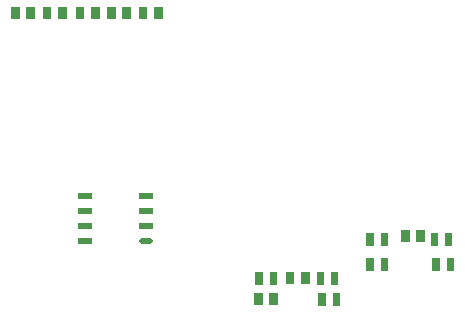
<source format=gbr>
G04 start of page 12 for group -4015 idx -4015
G04 Title: TX Daughterboard, toppaste *
G04 Creator: pcb 20070208 *
G04 CreationDate: Sat Jan 19 00:46:11 2008 UTC *
G04 For: matt *
G04 Format: Gerber/RS-274X *
G04 PCB-Dimensions: 275000 250000 *
G04 PCB-Coordinate-Origin: lower left *
%MOIN*%
%FSLAX24Y24*%
%LNFRONTPASTE*%
%ADD21C,0.0200*%
%ADD22R,0.0200X0.0200*%
%ADD23R,0.0295X0.0295*%
%ADD24R,0.0240X0.0240*%
G54D23*X9244Y14199D02*Y14100D01*
X9755Y14199D02*Y14100D01*
X10294Y14199D02*Y14100D01*
X10805Y14199D02*Y14100D01*
X14005Y14199D02*Y14100D01*
X13494Y14199D02*Y14100D01*
X12444Y14199D02*Y14100D01*
X12955Y14199D02*Y14100D01*
X22244Y6749D02*Y6650D01*
X22755Y6749D02*Y6650D01*
X17855Y4649D02*Y4550D01*
X17344Y4649D02*Y4550D01*
X18905Y5349D02*Y5250D01*
X18394Y5349D02*Y5250D01*
X11394Y14199D02*Y14100D01*
X11905Y14199D02*Y14100D01*
G54D21*X13460Y6550D02*X13740D01*
G54D22*X13460Y7050D02*X13740D01*
X13460Y7550D02*X13740D01*
X13460Y8050D02*X13740D01*
X11420D02*X11700D01*
X11420Y7550D02*X11700D01*
X11420Y7050D02*X11700D01*
X11420Y6550D02*X11700D01*
G54D24*X23210Y6690D02*Y6510D01*
X23690Y6690D02*Y6510D01*
X21540Y5840D02*Y5660D01*
X21060Y5840D02*Y5660D01*
X21540Y6690D02*Y6510D01*
X21060Y6690D02*Y6510D01*
X17840Y5390D02*Y5210D01*
X17360Y5390D02*Y5210D01*
X19460Y4690D02*Y4510D01*
X19940Y4690D02*Y4510D01*
X19410Y5390D02*Y5210D01*
X19890Y5390D02*Y5210D01*
X23260Y5840D02*Y5660D01*
X23740Y5840D02*Y5660D01*
M02*

</source>
